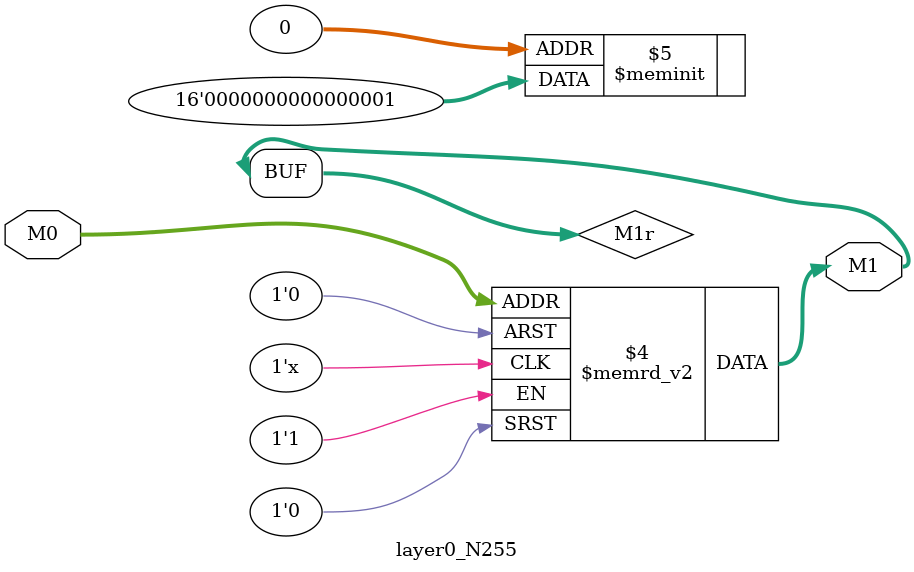
<source format=v>
module layer0_N255 ( input [2:0] M0, output [1:0] M1 );

	(*rom_style = "distributed" *) reg [1:0] M1r;
	assign M1 = M1r;
	always @ (M0) begin
		case (M0)
			3'b000: M1r = 2'b01;
			3'b100: M1r = 2'b00;
			3'b010: M1r = 2'b00;
			3'b110: M1r = 2'b00;
			3'b001: M1r = 2'b00;
			3'b101: M1r = 2'b00;
			3'b011: M1r = 2'b00;
			3'b111: M1r = 2'b00;

		endcase
	end
endmodule

</source>
